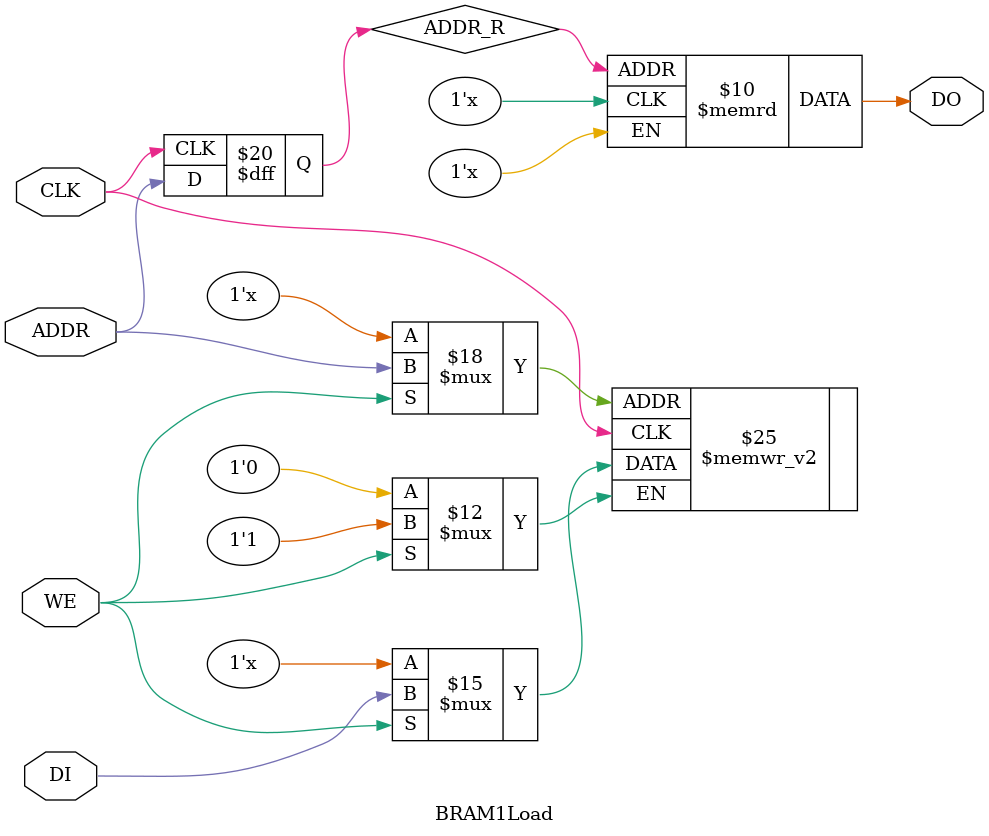
<source format=v>

`ifdef BSV_ASSIGNMENT_DELAY
`else
 `define BSV_ASSIGNMENT_DELAY
`endif

module BRAM1Load(CLK,
                 WE,
                 ADDR,
                 DI,
                 DO
                 );

   // synopsys template
   parameter                      FILENAME   = "";
   parameter                      BINARY     = 0;
   parameter                      PIPELINED  = 0;
   parameter                      ADDR_WIDTH = 1;
   parameter                      DATA_WIDTH = 1;
   parameter                      MEMSIZE    = 1;

   
   input                          CLK;
   input                          WE;
   input [ADDR_WIDTH-1:0]         ADDR;
   input [DATA_WIDTH-1:0]         DI;
   output [DATA_WIDTH-1:0]        DO;

   reg [DATA_WIDTH-1:0]           RAM[0:MEMSIZE-1];
   reg [ADDR_WIDTH-1:0]           ADDR_R;
   reg [DATA_WIDTH-1:0]           DO_R;
      
   // synopsys translate_off
   initial
   begin : init_block
`ifdef BSV_NO_INITIAL_BLOCKS
`else
      integer i;
      for (i = 0; i <= MEMSIZE; i = i + 1) begin
         RAM[i] = { ((DATA_WIDTH+1)/2) { 2'b10 } };
      end
      ADDR_R = { ((ADDR_WIDTH+1)/2) { 2'b10 } };
      DO_R = { ((DATA_WIDTH+1)/2) { 2'b10 } };
`endif // !`ifdef BSV_NO_INITIAL_BLOCKS
      if (BINARY)
        $readmemb(FILENAME, RAM, 0, MEMSIZE-1);
      else
        $readmemh(FILENAME, RAM, 0, MEMSIZE-1);
   end
   // synopsys translate_on

   always @(posedge CLK) begin
      if (WE)
        RAM[ADDR] <= `BSV_ASSIGNMENT_DELAY DI;
      ADDR_R    <= `BSV_ASSIGNMENT_DELAY ADDR;
      DO_R      <= `BSV_ASSIGNMENT_DELAY RAM[ADDR_R];
   end

   assign DO = (PIPELINED) ? DO_R : RAM[ADDR_R];

endmodule // BRAM1Load




</source>
